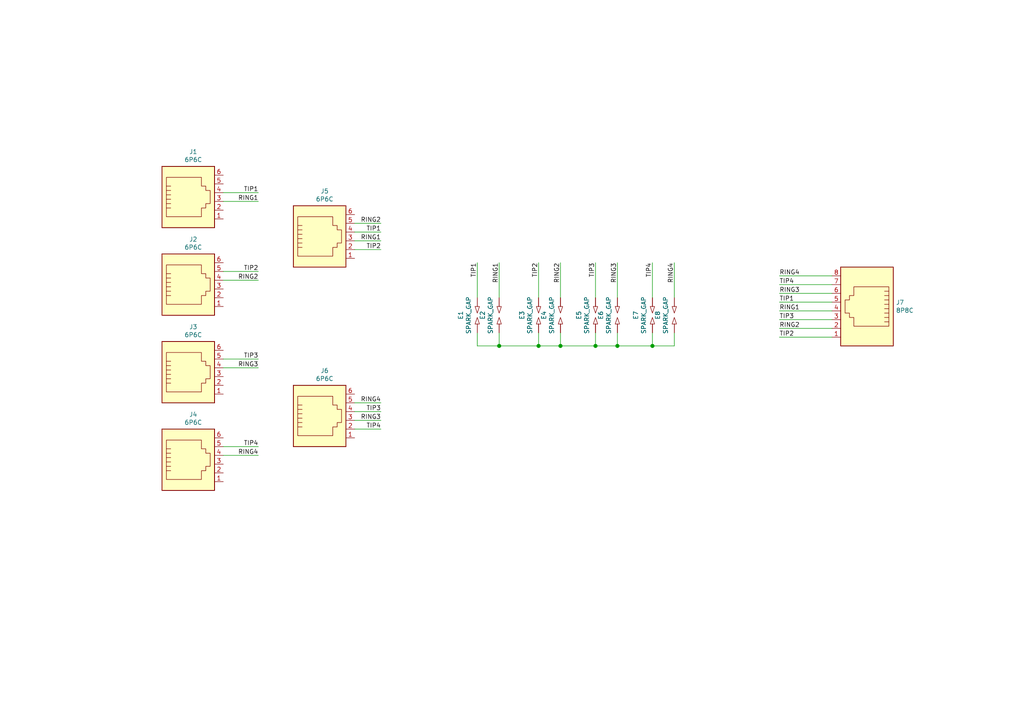
<source format=kicad_sch>
(kicad_sch (version 20210621) (generator eeschema)
  (paper "A4")
  (lib_symbols
    (symbol "shadystake-rescue:6P6C-Connector" (pin_names (offset 1.016))
      (property "Reference" "J" (at -5.08 11.43 0))
      (property "Value" "6P6C-Connector" (at 2.54 11.43 0))
      (symbol "6P6C-Connector_0_1"
        (rectangle (start 7.62 10.16) (end -7.62 -7.62) (stroke (width 0.254)) (fill (type background)))
        (polyline (pts (xy -6.35 -1.905) (xy -5.08 -1.905) (xy -5.08 -1.905)))
        (polyline (pts (xy -6.35 -0.635) (xy -5.08 -0.635) (xy -5.08 -0.635)))
        (polyline (pts (xy -6.35 0.635) (xy -5.08 0.635) (xy -5.08 0.635)))
        (polyline (pts (xy -6.35 1.905) (xy -5.08 1.905) (xy -5.08 1.905)))
        (polyline (pts (xy -6.35 3.175) (xy -5.08 3.175) (xy -5.08 3.175)))
        (polyline (pts (xy -5.08 4.445) (xy -6.35 4.445) (xy -6.35 4.445)))
        (polyline (pts (xy -6.35 -4.445) (xy -6.35 6.985) (xy 3.81 6.985) (xy 3.81 4.445) (xy 5.08 4.445) (xy 5.08 3.175) (xy 6.35 3.175) (xy 6.35 -0.635) (xy 5.08 -0.635) (xy 5.08 -1.905) (xy 3.81 -1.905) (xy 3.81 -4.445) (xy -6.35 -4.445) (xy -6.35 -4.445)))
      )
      (symbol "6P6C-Connector_1_1"
        (pin passive line (at 10.16 -5.08 180) (length 2.54) (name "~") (number "1"))
        (pin passive line (at 10.16 -2.54 180) (length 2.54) (name "~") (number "2"))
        (pin passive line (at 10.16 0 180) (length 2.54) (name "~") (number "3"))
        (pin passive line (at 10.16 2.54 180) (length 2.54) (name "~") (number "4"))
        (pin passive line (at 10.16 5.08 180) (length 2.54) (name "~") (number "5"))
        (pin passive line (at 10.16 7.62 180) (length 2.54) (name "~") (number "6"))
      )
    )
    (symbol "shadystake-rescue:8P8C-Connector" (pin_names (offset 1.016))
      (property "Reference" "J" (at -5.08 13.97 0))
      (property "Value" "8P8C-Connector" (at 2.54 13.97 0))
      (symbol "8P8C-Connector_0_1"
        (rectangle (start 7.62 12.7) (end -7.62 -10.16) (stroke (width 0.254)) (fill (type background)))
        (polyline (pts (xy -5.08 4.445) (xy -6.35 4.445)))
        (polyline (pts (xy -5.08 5.715) (xy -6.35 5.715)))
        (polyline (pts (xy -6.35 -3.175) (xy -5.08 -3.175) (xy -5.08 -3.175)))
        (polyline (pts (xy -6.35 -1.905) (xy -5.08 -1.905) (xy -5.08 -1.905)))
        (polyline (pts (xy -6.35 -0.635) (xy -5.08 -0.635) (xy -5.08 -0.635)))
        (polyline (pts (xy -6.35 0.635) (xy -5.08 0.635) (xy -5.08 0.635)))
        (polyline (pts (xy -6.35 1.905) (xy -5.08 1.905) (xy -5.08 1.905)))
        (polyline (pts (xy -5.08 3.175) (xy -6.35 3.175) (xy -6.35 3.175)))
        (polyline (pts (xy -6.35 -4.445) (xy -6.35 6.985) (xy 3.81 6.985) (xy 3.81 4.445) (xy 5.08 4.445) (xy 5.08 3.175) (xy 6.35 3.175) (xy 6.35 -0.635) (xy 5.08 -0.635) (xy 5.08 -1.905) (xy 3.81 -1.905) (xy 3.81 -4.445) (xy -6.35 -4.445) (xy -6.35 -4.445)))
      )
      (symbol "8P8C-Connector_1_1"
        (pin passive line (at 10.16 -7.62 180) (length 2.54) (name "~") (number "1"))
        (pin passive line (at 10.16 -5.08 180) (length 2.54) (name "~") (number "2"))
        (pin passive line (at 10.16 -2.54 180) (length 2.54) (name "~") (number "3"))
        (pin passive line (at 10.16 0 180) (length 2.54) (name "~") (number "4"))
        (pin passive line (at 10.16 2.54 180) (length 2.54) (name "~") (number "5"))
        (pin passive line (at 10.16 5.08 180) (length 2.54) (name "~") (number "6"))
        (pin passive line (at 10.16 7.62 180) (length 2.54) (name "~") (number "7"))
        (pin passive line (at 10.16 10.16 180) (length 2.54) (name "~") (number "8"))
      )
    )
    (symbol "shadystake-rescue:SPARK_GAP-Device" (pin_numbers hide) (pin_names (offset 0))
      (property "Reference" "E" (at 0 2.032 0))
      (property "Value" "SPARK_GAP-Device" (at 0 -1.905 0))
      (symbol "SPARK_GAP-Device_0_1"
        (polyline (pts (xy -2.54 0.635) (xy -2.54 -0.635) (xy -0.635 0) (xy -2.54 0.635)))
        (polyline (pts (xy 2.54 0.635) (xy 2.54 -0.635) (xy 0.635 0) (xy 2.54 0.635)))
      )
      (symbol "SPARK_GAP-Device_1_1"
        (pin passive line (at -5.08 0 0) (length 2.54) (name "~") (number "1"))
        (pin passive line (at 5.08 0 180) (length 2.54) (name "~") (number "2"))
      )
    )
  )
  (junction (at 144.78 100.33) (diameter 1.016))
  (junction (at 156.21 100.33) (diameter 1.016))
  (junction (at 162.56 100.33) (diameter 1.016))
  (junction (at 172.72 100.33) (diameter 1.016))
  (junction (at 179.07 100.33) (diameter 1.016))
  (junction (at 189.23 100.33) (diameter 1.016))
  (wire (pts (xy 64.77 55.88) (xy 74.93 55.88)))
  (wire (pts (xy 64.77 58.42) (xy 74.93 58.42)))
  (wire (pts (xy 64.77 78.74) (xy 74.93 78.74)))
  (wire (pts (xy 64.77 81.28) (xy 74.93 81.28)))
  (wire (pts (xy 64.77 104.14) (xy 74.93 104.14)))
  (wire (pts (xy 64.77 106.68) (xy 74.93 106.68)))
  (wire (pts (xy 64.77 129.54) (xy 74.93 129.54)))
  (wire (pts (xy 64.77 132.08) (xy 74.93 132.08)))
  (wire (pts (xy 102.87 64.77) (xy 110.49 64.77)))
  (wire (pts (xy 102.87 67.31) (xy 110.49 67.31)))
  (wire (pts (xy 102.87 69.85) (xy 110.49 69.85)))
  (wire (pts (xy 102.87 72.39) (xy 110.49 72.39)))
  (wire (pts (xy 102.87 116.84) (xy 110.49 116.84)))
  (wire (pts (xy 102.87 119.38) (xy 110.49 119.38)))
  (wire (pts (xy 102.87 121.92) (xy 110.49 121.92)))
  (wire (pts (xy 102.87 124.46) (xy 110.49 124.46)))
  (wire (pts (xy 138.43 76.2) (xy 138.43 86.36)))
  (wire (pts (xy 138.43 96.52) (xy 138.43 100.33)))
  (wire (pts (xy 138.43 100.33) (xy 144.78 100.33)))
  (wire (pts (xy 144.78 76.2) (xy 144.78 86.36)))
  (wire (pts (xy 144.78 96.52) (xy 144.78 100.33)))
  (wire (pts (xy 144.78 100.33) (xy 156.21 100.33)))
  (wire (pts (xy 156.21 76.2) (xy 156.21 86.36)))
  (wire (pts (xy 156.21 96.52) (xy 156.21 100.33)))
  (wire (pts (xy 156.21 100.33) (xy 162.56 100.33)))
  (wire (pts (xy 162.56 76.2) (xy 162.56 86.36)))
  (wire (pts (xy 162.56 96.52) (xy 162.56 100.33)))
  (wire (pts (xy 162.56 100.33) (xy 172.72 100.33)))
  (wire (pts (xy 172.72 76.2) (xy 172.72 86.36)))
  (wire (pts (xy 172.72 96.52) (xy 172.72 100.33)))
  (wire (pts (xy 172.72 100.33) (xy 179.07 100.33)))
  (wire (pts (xy 179.07 76.2) (xy 179.07 86.36)))
  (wire (pts (xy 179.07 96.52) (xy 179.07 100.33)))
  (wire (pts (xy 179.07 100.33) (xy 189.23 100.33)))
  (wire (pts (xy 189.23 76.2) (xy 189.23 86.36)))
  (wire (pts (xy 189.23 96.52) (xy 189.23 100.33)))
  (wire (pts (xy 189.23 100.33) (xy 195.58 100.33)))
  (wire (pts (xy 195.58 76.2) (xy 195.58 86.36)))
  (wire (pts (xy 195.58 100.33) (xy 195.58 96.52)))
  (wire (pts (xy 241.3 80.01) (xy 226.06 80.01)))
  (wire (pts (xy 241.3 82.55) (xy 226.06 82.55)))
  (wire (pts (xy 241.3 85.09) (xy 226.06 85.09)))
  (wire (pts (xy 241.3 87.63) (xy 226.06 87.63)))
  (wire (pts (xy 241.3 90.17) (xy 226.06 90.17)))
  (wire (pts (xy 241.3 92.71) (xy 226.06 92.71)))
  (wire (pts (xy 241.3 95.25) (xy 226.06 95.25)))
  (wire (pts (xy 241.3 97.79) (xy 226.06 97.79)))
  (label "TIP1" (at 74.93 55.88 180))
  (label "RING1" (at 74.93 58.42 180))
  (label "TIP2" (at 74.93 78.74 180))
  (label "RING2" (at 74.93 81.28 180))
  (label "TIP3" (at 74.93 104.14 180))
  (label "RING3" (at 74.93 106.68 180))
  (label "TIP4" (at 74.93 129.54 180))
  (label "RING4" (at 74.93 132.08 180))
  (label "RING2" (at 110.49 64.77 180))
  (label "TIP1" (at 110.49 67.31 180))
  (label "RING1" (at 110.49 69.85 180))
  (label "TIP2" (at 110.49 72.39 180))
  (label "RING4" (at 110.49 116.84 180))
  (label "TIP3" (at 110.49 119.38 180))
  (label "RING3" (at 110.49 121.92 180))
  (label "TIP4" (at 110.49 124.46 180))
  (label "TIP1" (at 138.43 76.2 270))
  (label "RING1" (at 144.78 76.2 270))
  (label "TIP2" (at 156.21 76.2 270))
  (label "RING2" (at 162.56 76.2 270))
  (label "TIP3" (at 172.72 76.2 270))
  (label "RING3" (at 179.07 76.2 270))
  (label "TIP4" (at 189.23 76.2 270))
  (label "RING4" (at 195.58 76.2 270))
  (label "RING4" (at 226.06 80.01 0))
  (label "TIP4" (at 226.06 82.55 0))
  (label "RING3" (at 226.06 85.09 0))
  (label "TIP1" (at 226.06 87.63 0))
  (label "RING1" (at 226.06 90.17 0))
  (label "TIP3" (at 226.06 92.71 0))
  (label "RING2" (at 226.06 95.25 0))
  (label "TIP2" (at 226.06 97.79 0))
  (symbol (lib_id "shadystake-rescue:SPARK_GAP-Device") (at 138.43 91.44 90) (unit 1)
    (property "Reference" "E1" (at 133.604 91.44 0))
    (property "Value" "SPARK_GAP" (at 135.9154 91.44 0))
  )
  (symbol (lib_id "shadystake-rescue:SPARK_GAP-Device") (at 144.78 91.44 90) (unit 1)
    (property "Reference" "E2" (at 139.954 91.44 0))
    (property "Value" "SPARK_GAP" (at 142.2654 91.44 0))
  )
  (symbol (lib_id "shadystake-rescue:SPARK_GAP-Device") (at 156.21 91.44 90) (unit 1)
    (property "Reference" "E3" (at 151.384 91.44 0))
    (property "Value" "SPARK_GAP" (at 153.6954 91.44 0))
  )
  (symbol (lib_id "shadystake-rescue:SPARK_GAP-Device") (at 162.56 91.44 90) (unit 1)
    (property "Reference" "E4" (at 157.734 91.44 0))
    (property "Value" "SPARK_GAP" (at 160.0454 91.44 0))
  )
  (symbol (lib_id "shadystake-rescue:SPARK_GAP-Device") (at 172.72 91.44 90) (unit 1)
    (property "Reference" "E5" (at 167.894 91.44 0))
    (property "Value" "SPARK_GAP" (at 170.2054 91.44 0))
  )
  (symbol (lib_id "shadystake-rescue:SPARK_GAP-Device") (at 179.07 91.44 90) (unit 1)
    (property "Reference" "E6" (at 174.244 91.44 0))
    (property "Value" "SPARK_GAP" (at 176.5554 91.44 0))
  )
  (symbol (lib_id "shadystake-rescue:SPARK_GAP-Device") (at 189.23 91.44 90) (unit 1)
    (property "Reference" "E7" (at 184.404 91.44 0))
    (property "Value" "SPARK_GAP" (at 186.7154 91.44 0))
  )
  (symbol (lib_id "shadystake-rescue:SPARK_GAP-Device") (at 195.58 91.44 90) (unit 1)
    (property "Reference" "E8" (at 190.754 91.44 0))
    (property "Value" "SPARK_GAP" (at 193.0654 91.44 0))
  )
  (symbol (lib_id "shadystake-rescue:6P6C-Connector") (at 54.61 58.42 0) (unit 1)
    (property "Reference" "J1" (at 56.0578 44.0182 0))
    (property "Value" "6P6C" (at 56.0578 46.3296 0))
    (property "Footprint" "Connect:RJ12_E" (effects hide))
  )
  (symbol (lib_id "shadystake-rescue:6P6C-Connector") (at 54.61 83.82 0) (unit 1)
    (property "Reference" "J2" (at 56.0578 69.4182 0))
    (property "Value" "6P6C" (at 56.0578 71.7296 0))
    (property "Footprint" "Connect:RJ12_E" (effects hide))
  )
  (symbol (lib_id "shadystake-rescue:6P6C-Connector") (at 54.61 109.22 0) (unit 1)
    (property "Reference" "J3" (at 56.0578 94.8182 0))
    (property "Value" "6P6C" (at 56.0578 97.1296 0))
    (property "Footprint" "Connect:RJ12_E" (effects hide))
  )
  (symbol (lib_id "shadystake-rescue:6P6C-Connector") (at 54.61 134.62 0) (unit 1)
    (property "Reference" "J4" (at 56.0578 120.2182 0))
    (property "Value" "6P6C" (at 56.0578 122.5296 0))
    (property "Footprint" "Connect:RJ12_E" (effects hide))
  )
  (symbol (lib_id "shadystake-rescue:6P6C-Connector") (at 92.71 69.85 0) (unit 1)
    (property "Reference" "J5" (at 94.1578 55.4482 0))
    (property "Value" "6P6C" (at 94.1578 57.7596 0))
    (property "Footprint" "Connect:RJ12_E" (effects hide))
  )
  (symbol (lib_id "shadystake-rescue:6P6C-Connector") (at 92.71 121.92 0) (unit 1)
    (property "Reference" "J6" (at 94.1578 107.5182 0))
    (property "Value" "6P6C" (at 94.1578 109.8296 0))
    (property "Footprint" "Connect:RJ12_E" (effects hide))
  )
  (symbol (lib_id "shadystake-rescue:8P8C-Connector") (at 251.46 90.17 0) (mirror y) (unit 1)
    (property "Reference" "J7" (at 259.842 87.7316 0) (effects (justify right)))
    (property "Value" "8P8C" (at 259.842 90.043 0) (effects (justify right)))
    (property "Footprint" "Connect:RJ45_8" (effects hide))
  )
)
</source>
